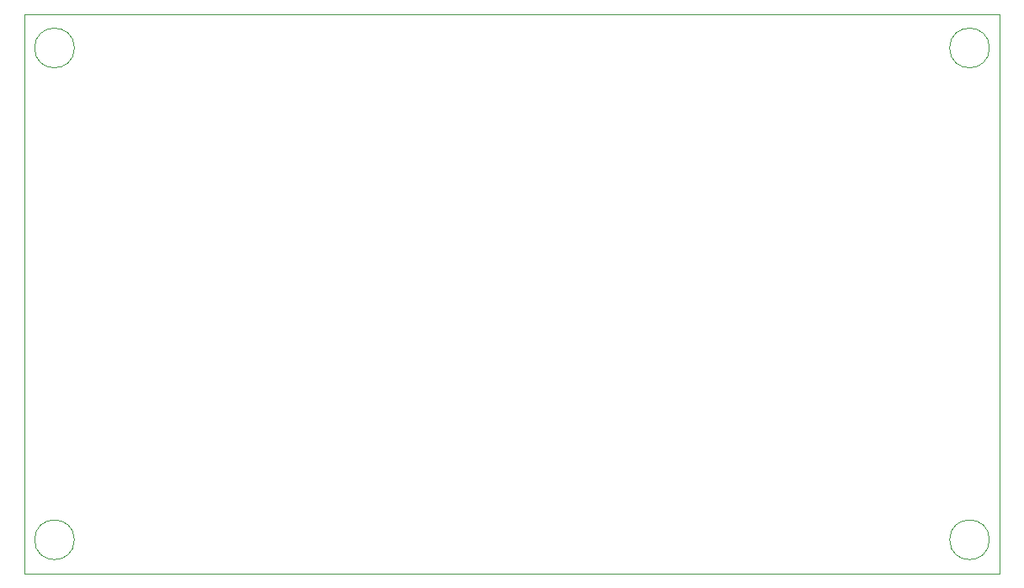
<source format=gbr>
%TF.GenerationSoftware,KiCad,Pcbnew,8.0.6-8.0.6-0~ubuntu24.04.1*%
%TF.CreationDate,2024-11-03T20:07:35+01:00*%
%TF.ProjectId,BmsMonitor,426d734d-6f6e-4697-946f-722e6b696361,rev?*%
%TF.SameCoordinates,Original*%
%TF.FileFunction,Profile,NP*%
%FSLAX46Y46*%
G04 Gerber Fmt 4.6, Leading zero omitted, Abs format (unit mm)*
G04 Created by KiCad (PCBNEW 8.0.6-8.0.6-0~ubuntu24.04.1) date 2024-11-03 20:07:35*
%MOMM*%
%LPD*%
G01*
G04 APERTURE LIST*
%TA.AperFunction,Profile*%
%ADD10C,0.050000*%
%TD*%
G04 APERTURE END LIST*
D10*
X98000000Y-63160000D02*
X196000000Y-63160000D01*
X196000000Y-119500000D01*
X98000000Y-119500000D01*
X98000000Y-63160000D01*
X103000000Y-116080000D02*
G75*
G02*
X99000000Y-116080000I-2000000J0D01*
G01*
X99000000Y-116080000D02*
G75*
G02*
X103000000Y-116080000I2000000J0D01*
G01*
X195000000Y-116080000D02*
G75*
G02*
X191000000Y-116080000I-2000000J0D01*
G01*
X191000000Y-116080000D02*
G75*
G02*
X195000000Y-116080000I2000000J0D01*
G01*
X103000000Y-66580000D02*
G75*
G02*
X99000000Y-66580000I-2000000J0D01*
G01*
X99000000Y-66580000D02*
G75*
G02*
X103000000Y-66580000I2000000J0D01*
G01*
X195000000Y-66580000D02*
G75*
G02*
X191000000Y-66580000I-2000000J0D01*
G01*
X191000000Y-66580000D02*
G75*
G02*
X195000000Y-66580000I2000000J0D01*
G01*
M02*

</source>
